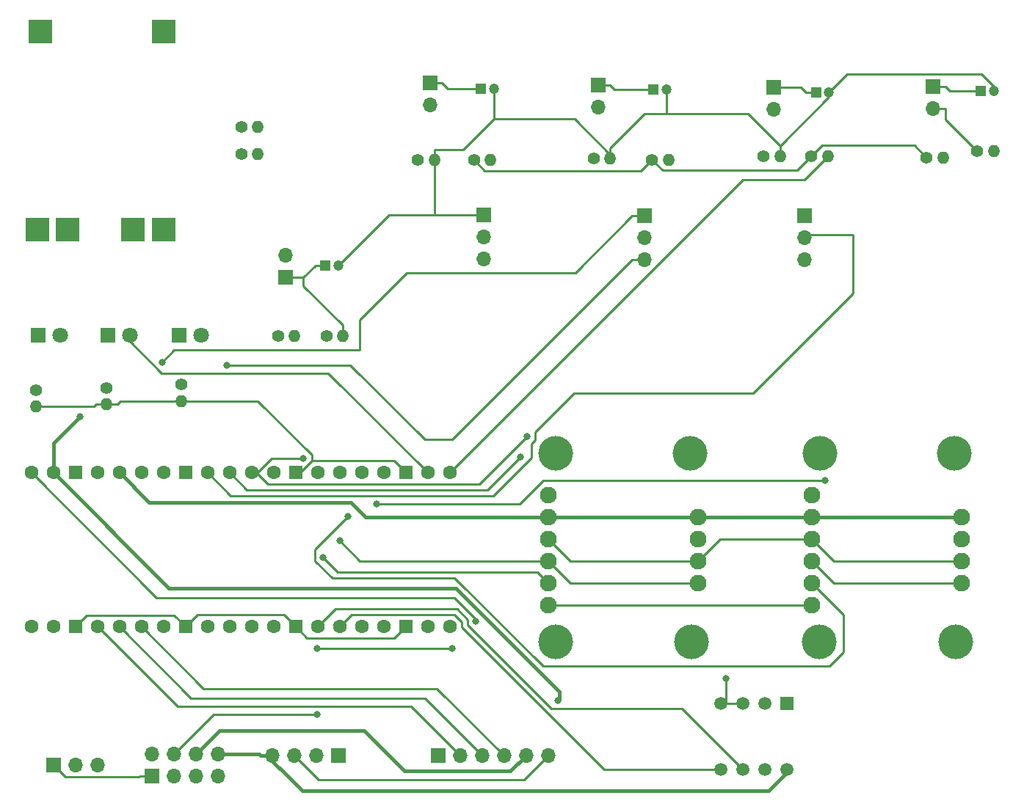
<source format=gtl>
G04 #@! TF.GenerationSoftware,KiCad,Pcbnew,7.0.10*
G04 #@! TF.CreationDate,2024-03-04T12:56:58-05:00*
G04 #@! TF.ProjectId,cdrpcb,63647270-6362-42e6-9b69-6361645f7063,rev?*
G04 #@! TF.SameCoordinates,Original*
G04 #@! TF.FileFunction,Copper,L1,Top*
G04 #@! TF.FilePolarity,Positive*
%FSLAX46Y46*%
G04 Gerber Fmt 4.6, Leading zero omitted, Abs format (unit mm)*
G04 Created by KiCad (PCBNEW 7.0.10) date 2024-03-04 12:56:58*
%MOMM*%
%LPD*%
G01*
G04 APERTURE LIST*
G04 Aperture macros list*
%AMRoundRect*
0 Rectangle with rounded corners*
0 $1 Rounding radius*
0 $2 $3 $4 $5 $6 $7 $8 $9 X,Y pos of 4 corners*
0 Add a 4 corners polygon primitive as box body*
4,1,4,$2,$3,$4,$5,$6,$7,$8,$9,$2,$3,0*
0 Add four circle primitives for the rounded corners*
1,1,$1+$1,$2,$3*
1,1,$1+$1,$4,$5*
1,1,$1+$1,$6,$7*
1,1,$1+$1,$8,$9*
0 Add four rect primitives between the rounded corners*
20,1,$1+$1,$2,$3,$4,$5,0*
20,1,$1+$1,$4,$5,$6,$7,0*
20,1,$1+$1,$6,$7,$8,$9,0*
20,1,$1+$1,$8,$9,$2,$3,0*%
G04 Aperture macros list end*
G04 #@! TA.AperFunction,ComponentPad*
%ADD10R,1.800000X1.800000*%
G04 #@! TD*
G04 #@! TA.AperFunction,ComponentPad*
%ADD11C,1.800000*%
G04 #@! TD*
G04 #@! TA.AperFunction,ComponentPad*
%ADD12C,1.400000*%
G04 #@! TD*
G04 #@! TA.AperFunction,ComponentPad*
%ADD13O,1.400000X1.400000*%
G04 #@! TD*
G04 #@! TA.AperFunction,ComponentPad*
%ADD14R,1.700000X1.700000*%
G04 #@! TD*
G04 #@! TA.AperFunction,ComponentPad*
%ADD15O,1.700000X1.700000*%
G04 #@! TD*
G04 #@! TA.AperFunction,ComponentPad*
%ADD16R,1.498600X1.498600*%
G04 #@! TD*
G04 #@! TA.AperFunction,ComponentPad*
%ADD17C,1.498600*%
G04 #@! TD*
G04 #@! TA.AperFunction,ComponentPad*
%ADD18R,1.200000X1.200000*%
G04 #@! TD*
G04 #@! TA.AperFunction,ComponentPad*
%ADD19C,1.200000*%
G04 #@! TD*
G04 #@! TA.AperFunction,ComponentPad*
%ADD20C,1.930400*%
G04 #@! TD*
G04 #@! TA.AperFunction,ComponentPad*
%ADD21C,4.000000*%
G04 #@! TD*
G04 #@! TA.AperFunction,ComponentPad*
%ADD22R,2.800000X2.800000*%
G04 #@! TD*
G04 #@! TA.AperFunction,ComponentPad*
%ADD23C,1.600000*%
G04 #@! TD*
G04 #@! TA.AperFunction,ComponentPad*
%ADD24RoundRect,0.200000X0.600000X-0.600000X0.600000X0.600000X-0.600000X0.600000X-0.600000X-0.600000X0*%
G04 #@! TD*
G04 #@! TA.AperFunction,ViaPad*
%ADD25C,0.800000*%
G04 #@! TD*
G04 #@! TA.AperFunction,Conductor*
%ADD26C,0.250000*%
G04 #@! TD*
G04 #@! TA.AperFunction,Conductor*
%ADD27C,0.400000*%
G04 #@! TD*
G04 APERTURE END LIST*
D10*
X62521000Y-96681400D03*
D11*
X65061000Y-96681400D03*
D12*
X126583300Y-76295800D03*
D13*
X128483300Y-76295800D03*
D12*
X133298300Y-76422800D03*
D13*
X135198300Y-76422800D03*
D14*
X113893600Y-82791900D03*
D15*
X113893600Y-85331900D03*
X113893600Y-87871900D03*
D12*
X170812800Y-75477000D03*
D13*
X172712800Y-75477000D03*
D16*
X148844000Y-139192000D03*
D17*
X146304000Y-139192000D03*
X143764000Y-139192000D03*
X141224000Y-139192000D03*
X141224000Y-146812000D03*
X143764000Y-146812000D03*
X146304000Y-146812000D03*
X148844000Y-146812000D03*
D12*
X70400000Y-102777400D03*
D13*
X70400000Y-104677400D03*
D14*
X108610400Y-145186400D03*
D15*
X111150400Y-145186400D03*
X113690400Y-145186400D03*
X116230400Y-145186400D03*
X118770400Y-145186400D03*
X121310400Y-145186400D03*
D14*
X165748800Y-67970500D03*
D15*
X165748800Y-70510500D03*
D18*
X95631000Y-88646000D03*
D19*
X97131000Y-88646000D03*
D12*
X62267000Y-103031400D03*
D13*
X62267000Y-104931400D03*
D14*
X147373900Y-68040800D03*
D15*
X147373900Y-70580800D03*
D20*
X151745100Y-115122700D03*
X169017100Y-117662700D03*
X151745100Y-117662700D03*
X169017100Y-120202700D03*
X151745100Y-120202700D03*
X169017100Y-122742700D03*
X151745100Y-122742700D03*
X169017100Y-125282700D03*
X151745100Y-125282700D03*
X151745100Y-127822700D03*
D21*
X168148022Y-110363005D03*
X152654022Y-110363005D03*
X168302664Y-132079693D03*
X152589687Y-132088282D03*
D18*
X152218300Y-68675800D03*
D19*
X153718300Y-68675800D03*
D14*
X64262000Y-146304000D03*
D15*
X66802000Y-146304000D03*
X69342000Y-146304000D03*
D12*
X164970800Y-76225500D03*
D13*
X166870800Y-76225500D03*
D22*
X76962500Y-84528500D03*
X73462500Y-84528500D03*
X65862500Y-84528500D03*
X62462500Y-84528500D03*
X76962500Y-61628500D03*
X62762500Y-61628500D03*
D10*
X70522000Y-96681400D03*
D11*
X73062000Y-96681400D03*
D12*
X112762900Y-76472800D03*
D13*
X114662900Y-76472800D03*
D14*
X107714900Y-67609800D03*
D15*
X107714900Y-70149800D03*
D12*
X85953600Y-72643600D03*
D13*
X87853600Y-72643600D03*
D12*
X95742000Y-96774000D03*
D13*
X97642000Y-96774000D03*
D14*
X91059000Y-90048000D03*
D15*
X91059000Y-87508000D03*
D12*
X79031000Y-102396400D03*
D13*
X79031000Y-104296400D03*
D12*
X106285900Y-76472800D03*
D13*
X108185900Y-76472800D03*
D23*
X61718000Y-130343900D03*
X64258000Y-130343900D03*
D24*
X66798000Y-130343900D03*
D23*
X69338000Y-130343900D03*
X71878000Y-130343900D03*
X74418000Y-130343900D03*
X76958000Y-130343900D03*
D24*
X79498000Y-130343900D03*
D23*
X82038000Y-130343900D03*
X84578000Y-130343900D03*
X87118000Y-130343900D03*
X89658000Y-130343900D03*
D24*
X92198000Y-130343900D03*
D23*
X94738000Y-130343900D03*
X97278000Y-130343900D03*
X99818000Y-130302019D03*
X102358000Y-130343900D03*
D24*
X104898000Y-130343900D03*
D23*
X107438000Y-130343900D03*
X109978000Y-130343900D03*
X109978000Y-112563900D03*
X107438000Y-112563900D03*
D24*
X104898000Y-112563900D03*
D23*
X102358000Y-112563900D03*
X99818000Y-112563900D03*
X97278000Y-112563900D03*
X94738000Y-112563900D03*
D24*
X92198000Y-112563900D03*
D23*
X89658000Y-112563900D03*
X87118000Y-112563900D03*
X84578000Y-112563900D03*
X82038000Y-112563900D03*
D24*
X79498000Y-112563900D03*
D23*
X76958000Y-112563900D03*
X74418000Y-112563900D03*
X71878000Y-112563900D03*
X69338000Y-112563900D03*
D24*
X66798000Y-112563900D03*
D23*
X64258000Y-112563900D03*
X61718000Y-112563900D03*
D20*
X121312000Y-115122700D03*
X138584000Y-117662700D03*
X121312000Y-117662700D03*
X138584000Y-120202700D03*
X121312000Y-120202700D03*
X138584000Y-122742700D03*
X121312000Y-122742700D03*
X138584000Y-125282700D03*
X121312000Y-125282700D03*
X121312000Y-127822700D03*
D21*
X137714922Y-110363005D03*
X122220922Y-110363005D03*
X137869564Y-132079693D03*
X122156587Y-132088282D03*
D14*
X127091300Y-67786800D03*
D15*
X127091300Y-70326800D03*
D18*
X171209800Y-68492000D03*
D19*
X172709800Y-68492000D03*
D14*
X150926800Y-82905600D03*
D15*
X150926800Y-85445600D03*
X150926800Y-87985600D03*
D18*
X133441300Y-68294800D03*
D19*
X134941300Y-68294800D03*
D12*
X85953600Y-75793600D03*
D13*
X87853600Y-75793600D03*
D12*
X151675900Y-76041800D03*
D13*
X153575900Y-76041800D03*
D10*
X78782000Y-96681400D03*
D11*
X81322000Y-96681400D03*
D18*
X113556900Y-68244800D03*
D19*
X115056900Y-68244800D03*
D12*
X90175000Y-96774000D03*
D13*
X92075000Y-96774000D03*
D14*
X97174400Y-145186400D03*
D15*
X94634400Y-145186400D03*
X92094400Y-145186400D03*
X89554400Y-145186400D03*
D12*
X146193900Y-76041800D03*
D13*
X148093900Y-76041800D03*
D14*
X75643200Y-147579000D03*
D15*
X75643200Y-145039000D03*
X78183200Y-147579000D03*
X78183200Y-145039000D03*
X80723200Y-147579000D03*
X80723200Y-145039000D03*
X83263200Y-147579000D03*
X83263200Y-145039000D03*
D14*
X132410200Y-82905600D03*
D15*
X132410200Y-85445600D03*
X132410200Y-87985600D03*
D25*
X93099000Y-110885500D03*
X118923300Y-108391600D03*
X141817400Y-136322300D03*
X94706500Y-132883500D03*
X112963400Y-129753600D03*
X94706500Y-140495500D03*
X110261100Y-132883500D03*
X76797200Y-99801300D03*
X118132300Y-110783000D03*
X84297800Y-100141600D03*
X153237700Y-113456300D03*
X101567800Y-116196700D03*
X98223500Y-117604700D03*
X122433300Y-138850900D03*
X67310000Y-106121200D03*
X95373000Y-122373300D03*
X97278000Y-120434600D03*
D26*
X113412200Y-113898900D02*
X114160200Y-113150900D01*
X90731200Y-113898900D02*
X113412200Y-113898900D01*
X89007700Y-113890800D02*
X90723100Y-113890800D01*
X93102100Y-90048000D02*
X94504100Y-88646000D01*
X97642000Y-95547100D02*
X93102100Y-91007200D01*
X87680800Y-112563900D02*
X87701000Y-112584000D01*
X97642000Y-96774000D02*
X97642000Y-95547100D01*
X114160200Y-113150900D02*
X114162400Y-113150900D01*
X89399500Y-110885500D02*
X93099000Y-110885500D01*
X114162400Y-113150900D02*
X118921700Y-108391600D01*
X91059000Y-90048000D02*
X93102100Y-90048000D01*
X118921700Y-108391600D02*
X118923300Y-108391600D01*
X90723100Y-113890800D02*
X90731200Y-113898900D01*
X121312000Y-127822700D02*
X151745100Y-127822700D01*
X87118000Y-112563900D02*
X87680800Y-112563900D01*
X87701000Y-112584000D02*
X89007700Y-113890800D01*
X93102100Y-91007200D02*
X93102100Y-90048000D01*
X95631000Y-88646000D02*
X94504100Y-88646000D01*
X87701000Y-112584000D02*
X89399500Y-110885500D01*
X68919100Y-104931400D02*
X69173100Y-104677400D01*
X79498000Y-130343900D02*
X78166900Y-129012800D01*
X128483300Y-76295800D02*
X128483300Y-75848000D01*
X72007900Y-104296400D02*
X79031000Y-104296400D01*
X93528900Y-131674800D02*
X103567100Y-131674800D01*
X151745100Y-120202700D02*
X154285100Y-122742700D01*
X65665200Y-147707200D02*
X64262000Y-146304000D01*
X115056900Y-71735300D02*
X124370600Y-71735300D01*
X70400000Y-104677400D02*
X69173100Y-104677400D01*
X74138100Y-147707200D02*
X65665200Y-147707200D01*
X148093900Y-74816400D02*
X144377000Y-71099500D01*
X141124000Y-120202700D02*
X151745100Y-120202700D01*
X97131000Y-88646000D02*
X102985100Y-82791900D01*
X103544100Y-111210000D02*
X104898000Y-112563900D01*
X171287100Y-66593600D02*
X172709800Y-68016300D01*
X108185900Y-75245900D02*
X111546300Y-75245900D01*
X103567100Y-131674800D02*
X104898000Y-130343900D01*
X144377000Y-71099500D02*
X134941300Y-71099500D01*
X148093900Y-76041800D02*
X148093900Y-74816400D01*
X71626900Y-104677400D02*
X72007900Y-104296400D01*
X111546300Y-75245900D02*
X115056900Y-71735300D01*
X92198000Y-130343900D02*
X93528900Y-131674800D01*
X92094400Y-145186400D02*
X94888400Y-147980400D01*
X153718300Y-68675800D02*
X155800500Y-66593600D01*
X74266300Y-147579000D02*
X74138100Y-147707200D01*
X108185900Y-82791900D02*
X108185900Y-76472800D01*
X68129100Y-129012800D02*
X66798000Y-130343900D01*
X92198000Y-112563900D02*
X92731500Y-112563900D01*
X155800500Y-66593600D02*
X171287100Y-66593600D01*
X94085400Y-110534600D02*
X87847200Y-104296400D01*
X62267000Y-104931400D02*
X68919100Y-104931400D01*
X154285100Y-122742700D02*
X169017100Y-122742700D01*
X134941300Y-68294800D02*
X134941300Y-71099500D01*
X108185900Y-76472800D02*
X108185900Y-75245900D01*
X118516400Y-147980400D02*
X121310400Y-145186400D01*
X94888400Y-147980400D02*
X118516400Y-147980400D01*
X115056900Y-68244800D02*
X115056900Y-71735300D01*
X123852000Y-122742700D02*
X138584000Y-122742700D01*
X92731500Y-112563900D02*
X94085400Y-111210000D01*
X121312000Y-120202700D02*
X123852000Y-122742700D01*
X132452700Y-71099500D02*
X128483300Y-75068900D01*
X134941300Y-71099500D02*
X132452700Y-71099500D01*
X70400000Y-104677400D02*
X71626900Y-104677400D01*
X153718300Y-68675800D02*
X153718300Y-69190500D01*
X124370600Y-71735300D02*
X128483300Y-75848000D01*
X141817400Y-139192000D02*
X141224000Y-139192000D01*
X75643200Y-147579000D02*
X74266300Y-147579000D01*
X102985100Y-82791900D02*
X108185900Y-82791900D01*
X172709800Y-68016300D02*
X172709800Y-68492000D01*
X94085400Y-111210000D02*
X94085400Y-110534600D01*
X108185900Y-82791900D02*
X113893600Y-82791900D01*
X153718300Y-69190500D02*
X148093900Y-74814900D01*
X138584000Y-122742700D02*
X141124000Y-120202700D01*
X90853700Y-128999600D02*
X92198000Y-130343900D01*
X87847200Y-104296400D02*
X79031000Y-104296400D01*
X148093900Y-74816400D02*
X148093900Y-74814900D01*
X143764000Y-139192000D02*
X141817400Y-139192000D01*
X94085400Y-111210000D02*
X103544100Y-111210000D01*
X80842300Y-128999600D02*
X90853700Y-128999600D01*
X79498000Y-130343900D02*
X80842300Y-128999600D01*
X78166900Y-129012800D02*
X68129100Y-129012800D01*
X128483300Y-75848000D02*
X128483300Y-75068900D01*
X141817400Y-139192000D02*
X141817400Y-136322300D01*
X113556900Y-68244800D02*
X109726800Y-68244800D01*
X107714900Y-67609800D02*
X109091800Y-67609800D01*
X109726800Y-68244800D02*
X109091800Y-67609800D01*
X133441300Y-68294800D02*
X128976200Y-68294800D01*
X128976200Y-68294800D02*
X128468200Y-67786800D01*
X127091300Y-67786800D02*
X128468200Y-67786800D01*
X150456400Y-68040800D02*
X151091400Y-68675800D01*
X147373900Y-68040800D02*
X150456400Y-68040800D01*
X152218300Y-68675800D02*
X151091400Y-68675800D01*
X143817800Y-78724100D02*
X150893600Y-78724100D01*
X109978000Y-112563900D02*
X143817800Y-78724100D01*
X150893600Y-78724100D02*
X153575900Y-76041800D01*
D27*
X151745100Y-117662700D02*
X169017100Y-117662700D01*
X91776500Y-148096900D02*
X91776500Y-148113700D01*
X88866000Y-145186400D02*
X91776500Y-148096900D01*
X92964000Y-149301200D02*
X146710400Y-149301200D01*
X98567900Y-115973200D02*
X75287300Y-115973200D01*
X138584000Y-117662700D02*
X121312000Y-117662700D01*
X138584000Y-117662700D02*
X151745100Y-117662700D01*
X146710400Y-149301200D02*
X148844000Y-147167600D01*
X83263200Y-145039000D02*
X88030100Y-145039000D01*
X88030100Y-145039000D02*
X88177500Y-145186400D01*
X121312000Y-117662700D02*
X100257400Y-117662700D01*
X89554400Y-145186400D02*
X88866000Y-145186400D01*
X100257400Y-117662700D02*
X98567900Y-115973200D01*
X148844000Y-147167600D02*
X148844000Y-146812000D01*
X88866000Y-145186400D02*
X88177500Y-145186400D01*
X91776500Y-148113700D02*
X92964000Y-149301200D01*
X75287300Y-115973200D02*
X71878000Y-112563900D01*
D26*
X73062000Y-96681400D02*
X73062000Y-97376900D01*
X95942600Y-101068500D02*
X107438000Y-112563900D01*
X76753600Y-101068500D02*
X95942600Y-101068500D01*
X73062000Y-97376900D02*
X76753600Y-101068500D01*
X94706500Y-132883500D02*
X110261100Y-132883500D01*
X61718000Y-112563900D02*
X76176700Y-127022600D01*
X110511800Y-127022600D02*
X112963300Y-129474100D01*
X78183200Y-145039000D02*
X82726700Y-140495500D01*
X112963300Y-129474100D02*
X112963300Y-129753600D01*
X76176700Y-127022600D02*
X110511800Y-127022600D01*
X112963300Y-129753600D02*
X112963400Y-129753600D01*
X82726700Y-140495500D02*
X94706500Y-140495500D01*
X76797200Y-99801300D02*
X78207700Y-98390800D01*
X78207700Y-98390800D02*
X99613300Y-98390800D01*
X124461300Y-89477600D02*
X131033300Y-82905600D01*
X105035600Y-89477600D02*
X124461300Y-89477600D01*
X99613300Y-94899900D02*
X105035600Y-89477600D01*
X131033300Y-82905600D02*
X132410200Y-82905600D01*
X99613300Y-98390800D02*
X99613300Y-94899900D01*
X84578000Y-112563900D02*
X86572300Y-114558200D01*
X114357100Y-114558200D02*
X118132300Y-110783000D01*
X86572300Y-114558200D02*
X114357100Y-114558200D01*
X107137200Y-108762800D02*
X110256100Y-108762800D01*
X131033300Y-87985600D02*
X132410200Y-87985600D01*
X84297800Y-100141600D02*
X98516000Y-100141600D01*
X110256100Y-108762800D02*
X131033300Y-87985600D01*
X98516000Y-100141600D02*
X107137200Y-108762800D01*
X144952400Y-103408800D02*
X156514800Y-91846400D01*
X119409400Y-109216400D02*
X119850200Y-108775600D01*
X119409400Y-110845000D02*
X119409400Y-109216400D01*
X119850200Y-107846200D02*
X124287600Y-103408800D01*
X82038000Y-112563900D02*
X84718000Y-115243900D01*
X151231600Y-85140800D02*
X150926800Y-85445600D01*
X156514800Y-85140800D02*
X151231600Y-85140800D01*
X119850200Y-108775600D02*
X119850200Y-107846200D01*
X115010500Y-115243900D02*
X119409400Y-110845000D01*
X156514800Y-91846400D02*
X156514800Y-85140800D01*
X124287600Y-103408800D02*
X144952400Y-103408800D01*
X84718000Y-115243900D02*
X115010500Y-115243900D01*
X105529800Y-139565800D02*
X78559900Y-139565800D01*
X111150400Y-145186400D02*
X105529800Y-139565800D01*
X78559900Y-139565800D02*
X69338000Y-130343900D01*
X80146000Y-138611900D02*
X107115900Y-138611900D01*
X107115900Y-138611900D02*
X113690400Y-145186400D01*
X71878000Y-130343900D02*
X80146000Y-138611900D01*
X74418000Y-130343900D02*
X81550600Y-137476500D01*
X108520500Y-137476500D02*
X116230400Y-145186400D01*
X81550600Y-137476500D02*
X108520500Y-137476500D01*
X153237700Y-113456300D02*
X120781800Y-113456300D01*
X118041400Y-116196700D02*
X101567800Y-116196700D01*
X120781800Y-113456300D02*
X118041400Y-116196700D01*
X151745100Y-122742700D02*
X154285100Y-125282700D01*
X154285100Y-125282700D02*
X169017100Y-125282700D01*
X94443500Y-121384700D02*
X98223500Y-117604700D01*
X110541500Y-124740300D02*
X96429200Y-124740300D01*
X153772200Y-134925200D02*
X120726400Y-134925200D01*
X94443500Y-122754600D02*
X94443500Y-121384700D01*
X96429200Y-124740300D02*
X94443500Y-122754600D01*
X120726400Y-134925200D02*
X110541500Y-124740300D01*
X155396400Y-133301000D02*
X153772200Y-134925200D01*
X151745100Y-125282700D02*
X155396400Y-128934000D01*
X155396400Y-128934000D02*
X155396400Y-133301000D01*
D27*
X64258000Y-112563900D02*
X64258000Y-109173200D01*
X116941600Y-147015200D02*
X118770400Y-145186400D01*
X64258000Y-109173200D02*
X67310000Y-106121200D01*
X104793300Y-147015200D02*
X116941600Y-147015200D01*
X100119700Y-142341600D02*
X104793300Y-147015200D01*
X122433300Y-138850900D02*
X122631200Y-138653000D01*
X77576500Y-125882400D02*
X64258000Y-112563900D01*
X83413600Y-142341600D02*
X100119700Y-142341600D01*
X80723200Y-145039000D02*
X82141200Y-143621000D01*
X82141200Y-143614000D02*
X83413600Y-142341600D01*
X82141200Y-143621000D02*
X82141200Y-143614000D01*
X122631200Y-137855304D02*
X110658296Y-125882400D01*
X110658296Y-125882400D02*
X77576500Y-125882400D01*
X122631200Y-138653000D02*
X122631200Y-137855304D01*
D26*
X151675900Y-76041800D02*
X150036200Y-77681500D01*
X112762900Y-76472800D02*
X114023500Y-77733400D01*
X134557000Y-77681500D02*
X133298300Y-76422800D01*
X131987700Y-77733400D02*
X133298300Y-76422800D01*
X114023500Y-77733400D02*
X131987700Y-77733400D01*
X152904100Y-74813600D02*
X151675900Y-76041800D01*
X163558900Y-74813600D02*
X152904100Y-74813600D01*
X164970800Y-76225500D02*
X163558900Y-74813600D01*
X150036200Y-77681500D02*
X134557000Y-77681500D01*
X167125700Y-70510500D02*
X167125700Y-71789900D01*
X167125700Y-71789900D02*
X170812800Y-75477000D01*
X165748800Y-70510500D02*
X167125700Y-70510500D01*
X97088100Y-124088400D02*
X95373000Y-122373300D01*
X120117700Y-124088400D02*
X97088100Y-124088400D01*
X121312000Y-125282700D02*
X120117700Y-124088400D01*
X99586100Y-122742700D02*
X97278000Y-120434600D01*
X121312000Y-122742700D02*
X99586100Y-122742700D01*
X121312000Y-122742700D02*
X123852000Y-125282700D01*
X123852000Y-125282700D02*
X138584000Y-125282700D01*
X96768700Y-128313200D02*
X110811600Y-128313200D01*
X112035300Y-130138700D02*
X121711300Y-139814700D01*
X112035300Y-129536900D02*
X112035300Y-130138700D01*
X136766700Y-139814700D02*
X143764000Y-146812000D01*
X121711300Y-139814700D02*
X136766700Y-139814700D01*
X110811600Y-128313200D02*
X112035300Y-129536900D01*
X94738000Y-130343900D02*
X96768700Y-128313200D01*
X110512300Y-128972300D02*
X111383400Y-129843400D01*
X111383400Y-129843400D02*
X111383400Y-130421100D01*
X97278000Y-130343900D02*
X98649600Y-128972300D01*
X111383400Y-130421100D02*
X127774300Y-146812000D01*
X98649600Y-128972300D02*
X110512300Y-128972300D01*
X127774300Y-146812000D02*
X141224000Y-146812000D01*
X167647200Y-68492000D02*
X167125700Y-67970500D01*
X165748800Y-67970500D02*
X167125700Y-67970500D01*
X171209800Y-68492000D02*
X167647200Y-68492000D01*
M02*

</source>
